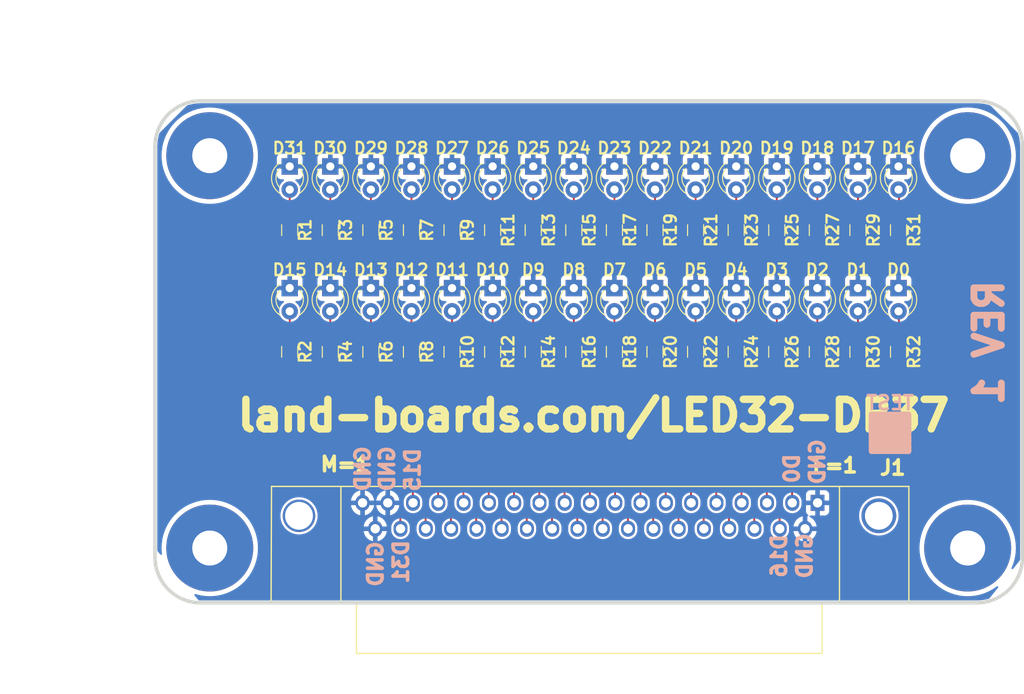
<source format=kicad_pcb>
(kicad_pcb (version 20211014) (generator pcbnew)
  (title_block (title "LED-TEST-2") (date "Thursday, October 06, 2016") (rev "X1"))
  (layers (0 "F.Cu" signal "Front") (31 "B.Cu" signal "Back") (36 "B.SilkS" user "B.Silkscreen") (37 "F.SilkS" user "F.Silkscreen") (38 "B.Mask" user) (39 "F.Mask" user) (44 "Edge.Cuts" user))
  (net 0 "")
  (net 1 "GND")
  (net 2 "Net-(D1-Pad2)")
  (net 3 "Net-(D2-Pad2)")
  (net 4 "Net-(D3-Pad2)")
  (net 5 "Net-(D4-Pad2)")
  (net 6 "Net-(D5-Pad2)")
  (net 7 "Net-(D6-Pad2)")
  (net 8 "Net-(D7-Pad2)")
  (net 9 "Net-(D8-Pad2)")
  (net 10 "Net-(D9-Pad2)")
  (net 11 "Net-(D10-Pad2)")
  (net 12 "Net-(D11-Pad2)")
  (net 13 "Net-(D12-Pad2)")
  (net 14 "Net-(D13-Pad2)")
  (net 15 "Net-(D14-Pad2)")
  (net 16 "Net-(D15-Pad2)")
  (net 17 "Net-(D16-Pad2)")
  (net 18 "Net-(D17-Pad2)")
  (net 19 "Net-(D18-Pad2)")
  (net 20 "Net-(D19-Pad2)")
  (net 21 "Net-(D21-Pad2)")
  (net 22 "Net-(D22-Pad2)")
  (net 23 "Net-(D23-Pad2)")
  (net 24 "Net-(D24-Pad2)")
  (net 25 "Net-(D25-Pad2)")
  (net 26 "Net-(D26-Pad2)")
  (net 27 "Net-(D27-Pad2)")
  (net 28 "Net-(D28-Pad2)")
  (net 29 "Net-(D29-Pad2)")
  (net 30 "Net-(D30-Pad2)")
  (net 31 "Net-(D31-Pad2)")
  (net 32 "Net-(R30-Pad2)")
  (net 33 "Net-(R28-Pad2)")
  (net 34 "Net-(R26-Pad2)")
  (net 35 "Net-(R24-Pad2)")
  (net 36 "Net-(R22-Pad2)")
  (net 37 "Net-(R20-Pad2)")
  (net 38 "Net-(R18-Pad2)")
  (net 39 "Net-(R16-Pad2)")
  (net 40 "Net-(R14-Pad2)")
  (net 41 "Net-(R12-Pad2)")
  (net 42 "Net-(R10-Pad2)")
  (net 43 "Net-(R8-Pad2)")
  (net 44 "Net-(R6-Pad2)")
  (net 45 "Net-(R4-Pad2)")
  (net 46 "Net-(R29-Pad2)")
  (net 47 "Net-(R27-Pad2)")
  (net 48 "Net-(R25-Pad2)")
  (net 49 "Net-(R23-Pad2)")
  (net 50 "Net-(R21-Pad2)")
  (net 51 "Net-(R19-Pad2)")
  (net 52 "Net-(R17-Pad2)")
  (net 53 "Net-(R15-Pad2)")
  (net 54 "Net-(R13-Pad2)")
  (net 55 "Net-(R11-Pad2)")
  (net 56 "Net-(R9-Pad2)")
  (net 57 "Net-(R7-Pad2)")
  (net 58 "Net-(R5-Pad2)")
  (net 59 "Net-(R3-Pad2)")
  (net 60 "Net-(D0-Pad2)")
  (net 61 "Net-(D20-Pad2)")
  (net 66 "/RD0")
  (net 67 "/RD15")
  (net 68 "/RD16")
  (net 69 "/RD31")
  (footprint "LEDs:LED_D3.0mm" (layer "F.Cu") (at 107.315 43.18 -90)
    (fp_text reference "D23")
    (fp_text value "LED-fixed" hide)
  )
  (footprint "LEDs:LED_D3.0mm" (layer "F.Cu") (at 107.315 56.515 -90)
    (fp_text reference "D7")
    (fp_text value "LED-fixed" hide)
  )
  (footprint "LEDs:LED_D3.0mm" (layer "F.Cu") (at 111.76 43.18 -90)
    (fp_text reference "D22")
    (fp_text value "LED-fixed" hide)
  )
  (footprint "LEDs:LED_D3.0mm" (layer "F.Cu") (at 111.76 56.515 -90)
    (fp_text reference "D6")
    (fp_text value "LED-fixed" hide)
  )
  (footprint "LEDs:LED_D3.0mm" (layer "F.Cu") (at 116.205 43.18 -90)
    (fp_text reference "D21")
    (fp_text value "LED-fixed" hide)
  )
  (footprint "LEDs:LED_D3.0mm" (layer "F.Cu") (at 116.205 56.515 -90)
    (fp_text reference "D5")
    (fp_text value "LED-fixed" hide)
  )
  (footprint "LEDs:LED_D3.0mm" (layer "F.Cu") (at 120.65 43.18 -90)
    (fp_text reference "D20")
    (fp_text value "LED-fixed" hide)
  )
  (footprint "LEDs:LED_D3.0mm" (layer "F.Cu") (at 120.65 56.515 -90)
    (fp_text reference "D4")
    (fp_text value "LED-fixed" hide)
  )
  (footprint "LEDs:LED_D3.0mm" (layer "F.Cu") (at 125.095 43.18 -90)
    (fp_text reference "D19")
    (fp_text value "LED-fixed" hide)
  )
  (footprint "LEDs:LED_D3.0mm" (layer "F.Cu") (at 125.095 56.515 -90)
    (fp_text reference "D3")
    (fp_text value "LED-fixed" hide)
  )
  (footprint "LEDs:LED_D3.0mm" (layer "F.Cu") (at 129.54 43.18 -90)
    (fp_text reference "D18")
    (fp_text value "LED-fixed" hide)
  )
  (footprint "LEDs:LED_D3.0mm" (layer "F.Cu") (at 129.54 56.515 -90)
    (fp_text reference "D2")
    (fp_text value "LED-fixed" hide)
  )
  (footprint "LEDs:LED_D3.0mm" (layer "F.Cu") (at 133.985 43.18 -90)
    (fp_text reference "D17")
    (fp_text value "LED-fixed" hide)
  )
  (footprint "LEDs:LED_D3.0mm" (layer "F.Cu") (at 133.985 56.515 -90)
    (fp_text reference "D1")
    (fp_text value "LED-fixed" hide)
  )
  (footprint "LEDs:LED_D3.0mm" (layer "F.Cu") (at 138.43 43.18 -90)
    (fp_text reference "D16")
    (fp_text value "LED-fixed" hide)
  )
  (footprint "LEDs:LED_D3.0mm" (layer "F.Cu") (at 138.43 56.515 -90)
    (fp_text reference "D0")
    (fp_text value "LED-fixed" hide)
  )
  (footprint "Resistors_SMD:R_0805_HandSoldering" (layer "F.Cu") (at 71.755 50.165 -90)
    (fp_text reference "R1")
    (fp_text value "330" hide)
  )
  (footprint "Resistors_SMD:R_0805_HandSoldering" (layer "F.Cu") (at 71.755 63.5 -90)
    (fp_text reference "R2")
    (fp_text value "330" hide)
  )
  (footprint "Resistors_SMD:R_0805_HandSoldering" (layer "F.Cu") (at 76.2 50.165 -90)
    (fp_text reference "R3")
    (fp_text value "330" hide)
  )
  (footprint "Resistors_SMD:R_0805_HandSoldering" (layer "F.Cu") (at 76.2 63.5 -90)
    (fp_text reference "R4")
    (fp_text value "330" hide)
  )
  (footprint "Resistors_SMD:R_0805_HandSoldering" (layer "F.Cu") (at 80.645 50.165 -90)
    (fp_text reference "R5")
    (fp_text value "330" hide)
  )
  (footprint "Resistors_SMD:R_0805_HandSoldering" (layer "F.Cu") (at 80.645 63.5 -90)
    (fp_text reference "R6")
    (fp_text value "330" hide)
  )
  (footprint "Resistors_SMD:R_0805_HandSoldering" (layer "F.Cu") (at 85.09 50.165 -90)
    (fp_text reference "R7")
    (fp_text value "330" hide)
  )
  (footprint "Resistors_SMD:R_0805_HandSoldering" (layer "F.Cu") (at 85.09 63.5 -90)
    (fp_text reference "R8")
    (fp_text value "330" hide)
  )
  (footprint "Resistors_SMD:R_0805_HandSoldering" (layer "F.Cu") (at 89.535 50.165 -90)
    (fp_text reference "R9")
    (fp_text value "330" hide)
  )
  (footprint "Resistors_SMD:R_0805_HandSoldering" (layer "F.Cu") (at 89.535 63.5 -90)
    (fp_text reference "R10")
    (fp_text value "330" hide)
  )
  (footprint "Resistors_SMD:R_0805_HandSoldering" (layer "F.Cu") (at 93.98 50.165 -90)
    (fp_text reference "R11")
    (fp_text value "330" hide)
  )
  (footprint "Resistors_SMD:R_0805_HandSoldering" (layer "F.Cu") (at 93.98 63.5 -90)
    (fp_text reference "R12")
    (fp_text value "330" hide)
  )
  (footprint "Resistors_SMD:R_0805_HandSoldering" (layer "F.Cu") (at 98.425 50.165 -90)
    (fp_text reference "R13")
    (fp_text value "330" hide)
  )
  (footprint "Resistors_SMD:R_0805_HandSoldering" (layer "F.Cu") (at 98.425 63.5 -90)
    (fp_text reference "R14")
    (fp_text value "330" hide)
  )
  (footprint "Resistors_SMD:R_0805_HandSoldering" (layer "F.Cu") (at 102.87 50.165 -90)
    (fp_text reference "R15")
    (fp_text value "330" hide)
  )
  (footprint "Resistors_SMD:R_0805_HandSoldering" (layer "F.Cu") (at 102.87 63.5 -90)
    (fp_text reference "R16")
    (fp_text value "330" hide)
  )
  (footprint "Resistors_SMD:R_0805_HandSoldering" (layer "F.Cu") (at 107.315 50.165 -90)
    (fp_text reference "R17")
    (fp_text value "330" hide)
  )
  (footprint "Resistors_SMD:R_0805_HandSoldering" (layer "F.Cu") (at 107.315 63.5 -90)
    (fp_text reference "R18")
    (fp_text value "330" hide)
  )
  (footprint "Resistors_SMD:R_0805_HandSoldering" (layer "F.Cu") (at 111.76 50.165 -90)
    (fp_text reference "R19")
    (fp_text value "330" hide)
  )
  (footprint "Resistors_SMD:R_0805_HandSoldering" (layer "F.Cu") (at 111.76 63.5 -90)
    (fp_text reference "R20")
    (fp_text value "330" hide)
  )
  (footprint "Resistors_SMD:R_0805_HandSoldering" (layer "F.Cu") (at 116.205 50.165 -90)
    (fp_text reference "R21")
    (fp_text value "330" hide)
  )
  (footprint "Resistors_SMD:R_0805_HandSoldering" (layer "F.Cu") (at 116.205 63.5 -90)
    (fp_text reference "R22")
    (fp_text value "330" hide)
  )
  (footprint "Resistors_SMD:R_0805_HandSoldering" (layer "F.Cu") (at 120.65 50.165 -90)
    (fp_text reference "R23")
    (fp_text value "330" hide)
  )
  (footprint "Resistors_SMD:R_0805_HandSoldering" (layer "F.Cu") (at 120.65 63.5 -90)
    (fp_text reference "R24")
    (fp_text value "330" hide)
  )
  (footprint "Resistors_SMD:R_0805_HandSoldering" (layer "F.Cu") (at 125.095 50.165 -90)
    (fp_text reference "R25")
    (fp_text value "330" hide)
  )
  (footprint "Resistors_SMD:R_0805_HandSoldering" (layer "F.Cu") (at 125.095 63.5 -90)
    (fp_text reference "R26")
    (fp_text value "330" hide)
  )
  (footprint "Resistors_SMD:R_0805_HandSoldering" (layer "F.Cu") (at 129.54 50.165 -90)
    (fp_text reference "R27")
    (fp_text value "330" hide)
  )
  (footprint "Resistors_SMD:R_0805_HandSoldering" (layer "F.Cu") (at 129.54 63.5 -90)
    (fp_text reference "R28")
    (fp_text value "330" hide)
  )
  (footprint "Resistors_SMD:R_0805_HandSoldering" (layer "F.Cu") (at 133.985 50.165 -90)
    (fp_text reference "R29")
    (fp_text value "330" hide)
  )
  (footprint "Resistors_SMD:R_0805_HandSoldering" (layer "F.Cu") (at 133.985 63.5 -90)
    (fp_text reference "R30")
    (fp_text value "330" hide)
  )
  (footprint "Resistors_SMD:R_0805_HandSoldering" (layer "F.Cu") (at 138.43 50.165 -90)
    (fp_text reference "R31")
    (fp_text value "330" hide)
  )
  (footprint "Resistors_SMD:R_0805_HandSoldering" (layer "F.Cu") (at 138.43 63.5 -90)
    (fp_text reference "R32")
    (fp_text value "330" hide)
  )
  (footprint "LEDs:LED_D3.0mm" (layer "F.Cu") (at 71.755 43.18 -90)
    (fp_text reference "D31")
    (fp_text value "LED-fixed" hide)
  )
  (footprint "LEDs:LED_D3.0mm" (layer "F.Cu") (at 71.755 56.515 -90)
    (fp_text reference "D15")
    (fp_text value "LED-fixed" hide)
  )
  (footprint "LEDs:LED_D3.0mm" (layer "F.Cu") (at 76.2 43.18 -90)
    (fp_text reference "D30")
    (fp_text value "LED-fixed" hide)
  )
  (footprint "LEDs:LED_D3.0mm" (layer "F.Cu") (at 76.2 56.515 -90)
    (fp_text reference "D14")
    (fp_text value "LED-fixed" hide)
  )
  (footprint "LEDs:LED_D3.0mm" (layer "F.Cu") (at 80.645 43.18 -90)
    (fp_text reference "D29")
    (fp_text value "LED-fixed" hide)
  )
  (footprint "LEDs:LED_D3.0mm" (layer "F.Cu") (at 80.645 56.515 -90)
    (fp_text reference "D13")
    (fp_text value "LED-fixed" hide)
  )
  (footprint "LEDs:LED_D3.0mm" (layer "F.Cu") (at 85.09 43.18 -90)
    (fp_text reference "D28")
    (fp_text value "LED-fixed" hide)
  )
  (footprint "LEDs:LED_D3.0mm" (layer "F.Cu") (at 85.09 56.515 -90)
    (fp_text reference "D12")
    (fp_text value "LED-fixed" hide)
  )
  (footprint "LEDs:LED_D3.0mm" (layer "F.Cu") (at 89.535 43.18 -90)
    (fp_text reference "D27")
    (fp_text value "LED-fixed" hide)
  )
  (footprint "LEDs:LED_D3.0mm" (layer "F.Cu") (at 89.535 56.515 -90)
    (fp_text reference "D11")
    (fp_text value "LED-fixed" hide)
  )
  (footprint "LEDs:LED_D3.0mm" (layer "F.Cu") (at 93.98 43.18 -90)
    (fp_text reference "D26")
    (fp_text value "LED-fixed" hide)
  )
  (footprint "LEDs:LED_D3.0mm" (layer "F.Cu") (at 93.98 56.515 -90)
    (fp_text reference "D10")
    (fp_text value "LED-fixed" hide)
  )
  (footprint "LEDs:LED_D3.0mm" (layer "F.Cu") (at 98.425 43.18 -90)
    (fp_text reference "D25")
    (fp_text value "LED-fixed" hide)
  )
  (footprint "LEDs:LED_D3.0mm" (layer "F.Cu") (at 98.425 56.515 -90)
    (fp_text reference "D9")
    (fp_text value "LED-fixed" hide)
  )
  (footprint "LEDs:LED_D3.0mm" (layer "F.Cu") (at 102.87 43.18 -90)
    (fp_text reference "D24")
    (fp_text value "LED-fixed" hide)
  )
  (footprint "LEDs:LED_D3.0mm" (layer "F.Cu") (at 102.87 56.515 -90)
    (fp_text reference "D8")
    (fp_text value "LED-fixed" hide)
  )
  (footprint "LandBoards_MountHoles:MTG-6-32" (layer "F.Cu") (at 63 42)
    (fp_text reference "MTG1" hide)
    (fp_text value "CONN_1" hide)
  )
  (footprint "LandBoards_MountHoles:MTG-6-32" (layer "F.Cu") (at 146 42)
    (fp_text reference "MTG2" hide)
    (fp_text value "CONN_1" hide)
  )
  (footprint "LandBoards_MountHoles:MTG-6-32" (layer "F.Cu") (at 63 85)
    (fp_text reference "MTG3" hide)
    (fp_text value "CONN_1" hide)
  )
  (footprint "LandBoards_MountHoles:MTG-6-32" (layer "F.Cu") (at 146 85)
    (fp_text reference "MTG4" hide)
    (fp_text value "CONN_1" hide)
  )
  (footprint "LandBoards_Marking:TEST_BLK-REAR" (layer "F.Cu") (at 137.5 72.374 180)
    (fp_text reference "TEST")
    (fp_text value "COUPON" hide)
  )
  (footprint "LandBoards_Conns:DB37FC_FIXED" (layer "F.Cu") (at 129.563 80.048 180)
    (fp_text reference "J1")
    (fp_text value "DB37_Male" hide)
  )
  (gr_line (start 147 91) (end 62 91) (layer "Edge.Cuts") (width 0.381))
  (gr_arc (start 147 36) (mid 150.535534 37.464466) (end 152 41) (layer "Edge.Cuts") (width 0.381))
  (gr_arc (start 62 91) (mid 58.464466 89.535534) (end 57 86) (layer "Edge.Cuts") (width 0.381))
  (gr_line (start 152 86) (end 152 41) (layer "Edge.Cuts") (width 0.381))
  (gr_arc (start 152 86) (mid 150.535534 89.535534) (end 147 91) (layer "Edge.Cuts") (width 0.381))
  (gr_line (start 57 41) (end 57 86) (layer "Edge.Cuts") (width 0.381))
  (gr_line (start 62 36) (end 147 36) (layer "Edge.Cuts") (width 0.381))
  (gr_arc (start 57 41) (mid 58.464466 37.464466) (end 62 36) (layer "Edge.Cuts") (width 0.381))
  (gr_text "D31" (at 83.947 83.947 90) (layer "B.SilkS") (effects (font (size 1.5875 1.5875) (thickness 0.396875)) (justify left mirror)))
  (gr_text "REV 1" (at 148.336 62.484 90) (layer "B.SilkS") (effects (font (size 3 3) (thickness 0.75)) (justify mirror)))
  (gr_text "GND" (at 129.54 78.232 90) (layer "B.SilkS") (effects (font (size 1.5875 1.5875) (thickness 0.396875)) (justify right mirror)))
  (gr_text "GND" (at 79.756 78.994 90) (layer "B.SilkS") (effects (font (size 1.5875 1.5875) (thickness 0.396875)) (justify right mirror)))
  (gr_text "GND" (at 128.143 83.185 90) (layer "B.SilkS") (effects (font (size 1.5875 1.5875) (thickness 0.396875)) (justify left mirror)))
  (gr_text "D16" (at 125.349 83.312 90) (layer "B.SilkS") (effects (font (size 1.5875 1.5875) (thickness 0.396875)) (justify left mirror)))
  (gr_text "D0" (at 126.746 78.105 90) (layer "B.SilkS") (effects (font (size 1.5875 1.5875) (thickness 0.396875)) (justify right mirror)))
  (gr_text "D15" (at 85.217 78.994 90) (layer "B.SilkS") (effects (font (size 1.5875 1.5875) (thickness 0.396875)) (justify right mirror)))
  (gr_text "GND" (at 81.153 84.074 90) (layer "B.SilkS") (effects (font (size 1.5875 1.5875) (thickness 0.396875)) (justify left mirror)))
  (gr_text "GND" (at 82.423 78.994 90) (layer "B.SilkS") (effects (font (size 1.5875 1.5875) (thickness 0.396875)) (justify right mirror)))
  (gr_text "land-boards.com/LED32-DB37" (at 105.029 70.485) (layer "F.SilkS") (effects (font (size 3.25 3.25) (thickness 0.8125))))
  (gr_text "M=1" (at 74.93 75.819) (layer "F.SilkS") (effects (font (size 1.5875 1.5875) (thickness 0.396875)) (justify left)))
  (gr_text "F=1" (at 128.778 75.946) (layer "F.SilkS") (effects (font (size 1.5875 1.5875) (thickness 0.396875)) (justify left)))
  (segment (start 133.985 59.055) (end 133.985 62.15) (width 0.2032) (layer "F.Cu") (net 2))
  (segment (start 129.54 59.055) (end 129.54 62.15) (width 0.2032) (layer "F.Cu") (net 3))
  (segment (start 125.095 59.055) (end 125.095 62.15) (width 0.2032) (layer "F.Cu") (net 4))
  (segment (start 120.65 59.055) (end 120.65 62.15) (width 0.2032) (layer "F.Cu") (net 5))
  (segment (start 116.205 59.055) (end 116.205 62.15) (width 0.2032) (layer "F.Cu") (net 6))
  (segment (start 111.76 59.055) (end 111.76 62.15) (width 0.2032) (layer "F.Cu") (net 7))
  (segment (start 107.315 62.15) (end 106.815 61.65) (width 0.2032) (layer "F.Cu") (net 8))
  (segment (start 106.815 61.65) (end 106.815 61.5) (width 0.2032) (layer "F.Cu") (net 8))
  (segment (start 106.815 61.5) (end 107.315 62.15) (width 0.2032) (layer "F.Cu") (net 8))
  (segment (start 107.315 59.055) (end 107.315 62.15) (width 0.2032) (layer "F.Cu") (net 8))
  (segment (start 102.87 59.055) (end 102.87 62.15) (width 0.2032) (layer "F.Cu") (net 9))
  (segment (start 98.425 59.055) (end 98.425 62.15) (width 0.2032) (layer "F.Cu") (net 10))
  (segment (start 93.98 59.055) (end 93.98 62.15) (width 0.2032) (layer "F.Cu") (net 11))
  (segment (start 89.535 59.055) (end 89.535 62.15) (width 0.2032) (layer "F.Cu") (net 12))
  (segment (start 85.09 59.055) (end 85.09 62.15) (width 0.2032) (layer "F.Cu") (net 13))
  (segment (start 80.645 59.055) (end 80.645 62.15) (width 0.2032) (layer "F.Cu") (net 14))
  (segment (start 76.2 59.055) (end 76.2 62.15) (width 0.2032) (layer "F.Cu") (net 15))
  (segment (start 71.755 59.055) (end 71.755 62.15) (width 0.2032) (layer "F.Cu") (net 16))
  (segment (start 138.504 45.842) (end 138.43 48.815) (width 0.2032) (layer "F.Cu") (net 17))
  (segment (start 133.985 45.72) (end 133.985 48.815) (width 0.2032) (layer "F.Cu") (net 18))
  (segment (start 129.54 45.72) (end 129.54 48.815) (width 0.2032) (layer "F.Cu") (net 19))
  (segment (start 125.095 45.72) (end 125.095 48.815) (width 0.2032) (layer "F.Cu") (net 20))
  (segment (start 116.205 45.72) (end 116.205 48.815) (width 0.2032) (layer "F.Cu") (net 21))
  (segment (start 111.76 45.72) (end 111.76 48.815) (width 0.2032) (layer "F.Cu") (net 22))
  (segment (start 107.315 45.72) (end 107.315 48.815) (width 0.2032) (layer "F.Cu") (net 23))
  (segment (start 102.87 45.72) (end 102.87 48.815) (width 0.2032) (layer "F.Cu") (net 24))
  (segment (start 98.425 45.72) (end 98.425 48.815) (width 0.2032) (layer "F.Cu") (net 25))
  (segment (start 93.98 45.72) (end 93.98 48.815) (width 0.2032) (layer "F.Cu") (net 26))
  (segment (start 89.535 45.72) (end 89.535 48.815) (width 0.2032) (layer "F.Cu") (net 27))
  (segment (start 85.09 45.72) (end 85.09 48.815) (width 0.2032) (layer "F.Cu") (net 28))
  (segment (start 80.645 45.72) (end 80.645 48.815) (width 0.2032) (layer "F.Cu") (net 29))
  (segment (start 76.2 45.72) (end 76.2 48.815) (width 0.2032) (layer "F.Cu") (net 30))
  (segment (start 71.755 45.72) (end 71.755 48.815) (width 0.2032) (layer "F.Cu") (net 31))
  (segment (start 124 76.152) (end 124 79.286) (width 0.2032) (layer "F.Cu") (net 32))
  (segment (start 133.985 70.231) (end 132.588 71.628) (width 0.2032) (layer "F.Cu") (net 32))
  (segment (start 128.524 71.628) (end 124 76.152) (width 0.2032) (layer "F.Cu") (net 32))
  (segment (start 133.985 64.85) (end 133.985 70.231) (width 0.2032) (layer "F.Cu") (net 32))
  (segment (start 132.588 71.628) (end 128.524 71.628) (width 0.2032) (layer "F.Cu") (net 32))
  (segment (start 121.23 75.366) (end 121.23 79.286) (width 0.2032) (layer "F.Cu") (net 33))
  (segment (start 129.54 67.056) (end 121.23 75.366) (width 0.2032) (layer "F.Cu") (net 33))
  (segment (start 129.54 64.85) (end 129.54 67.056) (width 0.2032) (layer "F.Cu") (net 33))
  (segment (start 125.095 68.453) (end 118.47 75.078) (width 0.2032) (layer "F.Cu") (net 34))
  (segment (start 118.47 75.078) (end 118.47 79.286) (width 0.2032) (layer "F.Cu") (net 34))
  (segment (start 125.095 64.85) (end 125.095 68.453) (width 0.2032) (layer "F.Cu") (net 34))
  (segment (start 115.7 76.186101) (end 115.7 79.286) (width 0.2032) (layer "F.Cu") (net 35))
  (segment (start 120.65 64.85) (end 120.65 71.236101) (width 0.2032) (layer "F.Cu") (net 35))
  (segment (start 120.65 71.236101) (end 115.7 76.186101) (width 0.2032) (layer "F.Cu") (net 35))
  (segment (start 116.205 64.85) (end 116.205 71.755) (width 0.2032) (layer "F.Cu") (net 36))
  (segment (start 116.205 71.755) (end 112.93 75.03) (width 0.2032) (layer "F.Cu") (net 36))
  (segment (start 112.93 75.03) (end 112.93 79.286) (width 0.2032) (layer "F.Cu") (net 36))
  (segment (start 111.76 72.136) (end 110.16 73.736) (width 0.2032) (layer "F.Cu") (net 37))
  (segment (start 111.76 64.85) (end 111.76 72.136) (width 0.2032) (layer "F.Cu") (net 37))
  (segment (start 110.16 73.736) (end 110.16 79.286) (width 0.2032) (layer "F.Cu") (net 37))
  (segment (start 107.39 64.925) (end 107.39 79.286) (width 0.2032) (layer "F.Cu") (net 38))
  (segment (start 107.315 64.85) (end 107.39 64.925) (width 0.2032) (layer "F.Cu") (net 38))
  (segment (start 104.62 68.552) (end 104.62 79.286) (width 0.2032) (layer "F.Cu") (net 39))
  (segment (start 102.87 66.802) (end 104.62 68.552) (width 0.2032) (layer "F.Cu") (net 39))
  (segment (start 102.87 64.85) (end 102.87 66.802) (width 0.2032) (layer "F.Cu") (net 39))
  (segment (start 101.85 71.37) (end 101.85 79.286) (width 0.2032) (layer "F.Cu") (net 40))
  (segment (start 98.425 64.85) (end 98.425 67.945) (width 0.2032) (layer "F.Cu") (net 40))
  (segment (start 98.425 67.945) (end 101.85 71.37) (width 0.2032) (layer "F.Cu") (net 40))
  (segment (start 93.98 64.85) (end 93.98 67.564) (width 0.2032) (layer "F.Cu") (net 41))
  (segment (start 99.09 72.674) (end 99.09 79.286) (width 0.2032) (layer "F.Cu") (net 41))
  (segment (start 93.98 67.564) (end 99.09 72.674) (width 0.2032) (layer "F.Cu") (net 41))
  (segment (start 89.535 64.85) (end 89.535 66.167) (width 0.2032) (layer "F.Cu") (net 42))
  (segment (start 89.535 66.167) (end 96.32 72.952) (width 0.2032) (layer "F.Cu") (net 42))
  (segment (start 96.32 72.952) (end 96.32 79.286) (width 0.2032) (layer "F.Cu") (net 42))
  (segment (start 85.09 67.31) (end 86.36 68.58) (width 0.2032) (layer "F.Cu") (net 43))
  (segment (start 86.36 68.58) (end 87.884 68.58) (width 0.2032) (layer "F.Cu") (net 43))
  (segment (start 87.884 68.58) (end 93.55 74.246) (width 0.2032) (layer "F.Cu") (net 43))
  (segment (start 93.55 74.246) (end 93.55 79.286) (width 0.2032) (layer "F.Cu") (net 43))
  (segment (start 85.09 64.85) (end 85.09 67.31) (width 0.2032) (layer "F.Cu") (net 43))
  (segment (start 87.376 71.628) (end 90.78 75.032) (width 0.2032) (layer "F.Cu") (net 44))
  (segment (start 83.312 71.628) (end 87.376 71.628) (width 0.2032) (layer "F.Cu") (net 44))
  (segment (start 80.645 64.85) (end 80.645 68.961) (width 0.2032) (layer "F.Cu") (net 44))
  (segment (start 80.645 68.961) (end 83.312 71.628) (width 0.2032) (layer "F.Cu") (net 44))
  (segment (start 90.78 75.032) (end 90.78 79.286) (width 0.2032) (layer "F.Cu") (net 44))
  (segment (start 88.01 76.1881) (end 85.1009 73.279) (width 0.2032) (layer "F.Cu") (net 45))
  (segment (start 76.2 69.342) (end 76.2 64.85) (width 0.2032) (layer "F.Cu") (net 45))
  (segment (start 85.1009 73.279) (end 80.137 73.279) (width 0.2032) (layer "F.Cu") (net 45))
  (segment (start 88.01 79.286) (end 88.01 76.1881) (width 0.2032) (layer "F.Cu") (net 45))
  (segment (start 80.137 73.279) (end 76.2 69.342) (width 0.2032) (layer "F.Cu") (net 45))
  (segment (start 132.889 51.515) (end 132.08 52.324) (width 0.2032) (layer "F.Cu") (net 46))
  (segment (start 131.064 70.104) (end 128.524 70.104) (width 0.2032) (layer "F.Cu") (net 46))
  (segment (start 128.524 70.104) (end 122.63 75.998) (width 0.2032) (layer "F.Cu") (net 46))
  (segment (start 132.08 69.088) (end 131.064 70.104) (width 0.2032) (layer "F.Cu") (net 46))
  (segment (start 132.08 52.324) (end 132.08 69.088) (width 0.2032) (layer "F.Cu") (net 46))
  (segment (start 122.63 75.998) (end 122.63 82.126) (width 0.2032) (layer "F.Cu") (net 46))
  (segment (start 133.985 51.515) (end 132.889 51.515) (width 0.2032) (layer "F.Cu") (net 46))
  (segment (start 127 52.324) (end 127 68.072) (width 0.2032) (layer "F.Cu") (net 47))
  (segment (start 127 68.072) (end 119.86 75.212) (width 0.2032) (layer "F.Cu") (net 47))
  (segment (start 119.86 75.212) (end 119.86 82.126) (width 0.2032) (layer "F.Cu") (net 47))
  (segment (start 127.809 51.515) (end 127 52.324) (width 0.2032) (layer "F.Cu") (net 47))
  (segment (start 129.54 51.515) (end 127.809 51.515) (width 0.2032) (layer "F.Cu") (net 47))
  (segment (start 122.809 70.0931) (end 122.809 52.451) (width 0.2032) (layer "F.Cu") (net 48))
  (segment (start 122.809 52.451) (end 123.745 51.515) (width 0.2032) (layer "F.Cu") (net 48))
  (segment (start 117.09 75.8121) (end 122.809 70.0931) (width 0.2032) (layer "F.Cu") (net 48))
  (segment (start 117.09 82.126) (end 117.09 75.8121) (width 0.2032) (layer "F.Cu") (net 48))
  (segment (start 123.745 51.515) (end 125.095 51.515) (width 0.2032) (layer "F.Cu") (net 48))
  (segment (start 118.364 71.247) (end 118.364 52.578) (width 0.2032) (layer "F.Cu") (net 49))
  (segment (start 114.33 75.281) (end 118.364 71.247) (width 0.2032) (layer "F.Cu") (net 49))
  (segment (start 114.33 82.126) (end 114.33 75.281) (width 0.2032) (layer "F.Cu") (net 49))
  (segment (start 119.427 51.515) (end 120.65 51.515) (width 0.2032) (layer "F.Cu") (net 49))
  (segment (start 118.364 52.578) (end 119.427 51.515) (width 0.2032) (layer "F.Cu") (net 49))
  (segment (start 115.109 51.515) (end 113.792 52.832) (width 0.2032) (layer "F.Cu") (net 50))
  (segment (start 111.56 73.86) (end 111.56 82.126) (width 0.2032) (layer "F.Cu") (net 50))
  (segment (start 116.205 51.515) (end 115.109 51.515) (width 0.2032) (layer "F.Cu") (net 50))
  (segment (start 113.792 71.628) (end 111.56 73.86) (width 0.2032) (layer "F.Cu") (net 50))
  (segment (start 113.792 52.832) (end 113.792 71.628) (width 0.2032) (layer "F.Cu") (net 50))
  (segment (start 111.76 51.515) (end 110.029 51.515) (width 0.2032) (layer "F.Cu") (net 51))
  (segment (start 109.22 52.324) (end 109.22 67.056) (width 0.2032) (layer "F.Cu") (net 51))
  (segment (start 108.79 67.486) (end 108.79 82.126) (width 0.2032) (layer "F.Cu") (net 51))
  (segment (start 109.22 67.056) (end 108.79 67.486) (width 0.2032) (layer "F.Cu") (net 51))
  (segment (start 110.029 51.515) (end 109.22 52.324) (width 0.2032) (layer "F.Cu") (net 51))
  (segment (start 107.315 51.515) (end 105.965 51.515) (width 0.2032) (layer "F.Cu") (net 52))
  (segment (start 105.156 67.056) (end 106.02 67.92) (width 0.2032) (layer "F.Cu") (net 52))
  (segment (start 106.02 67.92) (end 106.02 82.126) (width 0.2032) (layer "F.Cu") (net 52))
  (segment (start 105.965 51.515) (end 105.156 52.324) (width 0.2032) (layer "F.Cu") (net 52))
  (segment (start 105.156 52.324) (end 105.156 67.056) (width 0.2032) (layer "F.Cu") (net 52))
  (segment (start 101.092 67.056) (end 103.25 69.214) (width 0.2032) (layer "F.Cu") (net 53))
  (segment (start 101.901 51.515) (end 101.092 52.324) (width 0.2032) (layer "F.Cu") (net 53))
  (segment (start 103.25 69.214) (end 103.25 82.126) (width 0.2032) (layer "F.Cu") (net 53))
  (segment (start 101.092 52.324) (end 101.092 67.056) (width 0.2032) (layer "F.Cu") (net 53))
  (segment (start 102.87 51.515) (end 101.901 51.515) (width 0.2032) (layer "F.Cu") (net 53))
  (segment (start 97.329 51.515) (end 96.012 52.832) (width 0.2032) (layer "F.Cu") (net 54))
  (segment (start 100.48 72.54) (end 100.48 82.126) (width 0.2032) (layer "F.Cu") (net 54))
  (segment (start 98.425 51.515) (end 97.329 51.515) (width 0.2032) (layer "F.Cu") (net 54))
  (segment (start 96.012 52.832) (end 96.012 68.072) (width 0.2032) (layer "F.Cu") (net 54))
  (segment (start 96.012 68.072) (end 100.48 72.54) (width 0.2032) (layer "F.Cu") (net 54))
  (segment (start 93.98 51.515) (end 92.757 51.515) (width 0.2032) (layer "F.Cu") (net 55))
  (segment (start 92.757 51.515) (end 91.948 52.324) (width 0.2032) (layer "F.Cu") (net 55))
  (segment (start 97.71 72.31) (end 97.71 82.126) (width 0.2032) (layer "F.Cu") (net 55))
  (segment (start 91.948 52.324) (end 91.948 66.548) (width 0.2032) (layer "F.Cu") (net 55))
  (segment (start 91.948 66.548) (end 97.71 72.31) (width 0.2032) (layer "F.Cu") (net 55))
  (segment (start 87.884 67.564) (end 88.9 67.564) (width 0.2032) (layer "F.Cu") (net 56))
  (segment (start 88.9 67.564) (end 94.95 73.614) (width 0.2032) (layer "F.Cu") (net 56))
  (segment (start 94.95 73.614) (end 94.95 82.126) (width 0.2032) (layer "F.Cu") (net 56))
  (segment (start 87.376 52.832) (end 87.376 67.056) (width 0.2032) (layer "F.Cu") (net 56))
  (segment (start 87.376 67.056) (end 87.884 67.564) (width 0.2032) (layer "F.Cu") (net 56))
  (segment (start 89.535 51.515) (end 88.693 51.515) (width 0.2032) (layer "F.Cu") (net 56))
  (segment (start 88.693 51.515) (end 87.376 52.832) (width 0.2032) (layer "F.Cu") (net 56))
  (segment (start 83.613 51.515) (end 82.804 52.324) (width 0.2032) (layer "F.Cu") (net 57))
  (segment (start 82.804 67.056) (end 85.852 70.104) (width 0.2032) (layer "F.Cu") (net 57))
  (segment (start 82.804 52.324) (end 82.804 67.056) (width 0.2032) (layer "F.Cu") (net 57))
  (segment (start 85.852 70.104) (end 86.868 70.104) (width 0.2032) (layer "F.Cu") (net 57))
  (segment (start 85.09 51.515) (end 83.613 51.515) (width 0.2032) (layer "F.Cu") (net 57))
  (segment (start 92.18 75.416) (end 92.18 82.126) (width 0.2032) (layer "F.Cu") (net 57))
  (segment (start 86.868 70.104) (end 92.18 75.416) (width 0.2032) (layer "F.Cu") (net 57))
  (segment (start 78.74 70.104) (end 81.28 72.644) (width 0.2032) (layer "F.Cu") (net 58))
  (segment (start 86.36 72.644) (end 89.41 75.694) (width 0.2032) (layer "F.Cu") (net 58))
  (segment (start 81.28 72.644) (end 86.36 72.644) (width 0.2032) (layer "F.Cu") (net 58))
  (segment (start 79.549 51.515) (end 78.74 52.324) (width 0.2032) (layer "F.Cu") (net 58))
  (segment (start 78.74 52.324) (end 78.74 70.104) (width 0.2032) (layer "F.Cu") (net 58))
  (segment (start 80.645 51.515) (end 79.549 51.515) (width 0.2032) (layer "F.Cu") (net 58))
  (segment (start 89.41 75.694) (end 89.41 82.126) (width 0.2032) (layer "F.Cu") (net 58))
  (segment (start 74.168 52.324) (end 74.168 69.088) (width 0.2032) (layer "F.Cu") (net 59))
  (segment (start 74.168 69.088) (end 79.248 74.168) (width 0.2032) (layer "F.Cu") (net 59))
  (segment (start 85.344 74.168) (end 86.64 75.464) (width 0.2032) (layer "F.Cu") (net 59))
  (segment (start 76.2 51.515) (end 74.977 51.515) (width 0.2032) (layer "F.Cu") (net 59))
  (segment (start 74.977 51.515) (end 74.168 52.324) (width 0.2032) (layer "F.Cu") (net 59))
  (segment (start 86.64 75.464) (end 86.64 82.126) (width 0.2032) (layer "F.Cu") (net 59))
  (segment (start 79.248 74.168) (end 85.344 74.168) (width 0.2032) (layer "F.Cu") (net 59))
  (segment (start 138.504 58.965) (end 138.43 62.15) (width 0.2032) (layer "F.Cu") (net 60))
  (segment (start 120.65 45.72) (end 120.65 48.815) (width 0.2032) (layer "F.Cu") (net 61))
  (segment (start 128.016 74.168) (end 126.77 75.414) (width 0.2032) (layer "F.Cu") (net 66))
  (segment (start 138.43 64.85) (end 138.43 71.882) (width 0.2032) (layer "F.Cu") (net 66))
  (segment (start 138.43 71.882) (end 136.144 74.168) (width 0.2032) (layer "F.Cu") (net 66))
  (segment (start 126.77 75.414) (end 126.77 79.286) (width 0.2032) (layer "F.Cu") (net 66))
  (segment (start 136.144 74.168) (end 128.016 74.168) (width 0.2032) (layer "F.Cu") (net 66))
  (segment (start 71.755 64.85) (end 71.755 70.231) (width 0.2032) (layer "F.Cu") (net 67))
  (segment (start 83.797401 74.698599) (end 85.24 76.141198) (width 0.2032) (layer "F.Cu") (net 67))
  (segment (start 76.222599 74.698599) (end 83.797401 74.698599) (width 0.2032) (layer "F.Cu") (net 67))
  (segment (start 71.755 70.231) (end 76.222599 74.698599) (width 0.2032) (layer "F.Cu") (net 67))
  (segment (start 85.24 76.141198) (end 85.24 79.286) (width 0.2032) (layer "F.Cu") (net 67))
  (segment (start 138.43 51.515) (end 136.445 51.515) (width 0.2032) (layer "F.Cu") (net 68))
  (segment (start 136.144 71.628) (end 134.62 73.152) (width 0.2032) (layer "F.Cu") (net 68))
  (segment (start 134.62 73.152) (end 128.3861 73.152) (width 0.2032) (layer "F.Cu") (net 68))
  (segment (start 136.445 51.515) (end 136.144 51.816) (width 0.2032) (layer "F.Cu") (net 68))
  (segment (start 128.3861 73.152) (end 125.4 76.1381) (width 0.2032) (layer "F.Cu") (net 68))
  (segment (start 125.4 76.1381) (end 125.4 82.126) (width 0.2032) (layer "F.Cu") (net 68))
  (segment (start 136.144 51.816) (end 136.144 71.628) (width 0.2032) (layer "F.Cu") (net 68))
  (segment (start 70.311 51.515) (end 69.596 52.23) (width 0.2032) (layer "F.Cu") (net 69))
  (segment (start 71.755 51.515) (end 70.311 51.515) (width 0.2032) (layer "F.Cu") (net 69))
  (segment (start 83.312 75.184) (end 83.87 75.742) (width 0.2032) (layer "F.Cu") (net 69))
  (segment (start 73.66 75.184) (end 83.312 75.184) (width 0.2032) (layer "F.Cu") (net 69))
  (segment (start 69.596 71.12) (end 73.66 75.184) (width 0.2032) (layer "F.Cu") (net 69))
  (segment (start 69.596 52.23) (end 69.596 71.12) (width 0.2032) (layer "F.Cu") (net 69))
  (segment (start 83.87 75.742) (end 83.87 82.126) (width 0.2032) (layer "F.Cu") (net 69))
  (zone (net 1) (net_name "GND") (layer "B.Cu") (connect_pads (clearance 0.254)) (min_thickness 0.2032) (fill yes (thermal_gap 0.508) (thermal_bridge_width 0.508))
    (polygon (pts (xy 61 36) (xy 148 36) (xy 152 40) (xy 152 86) (xy 148 91) (xy 62 91) (xy 57 85) (xy 57 40)))
  )
)
</source>
